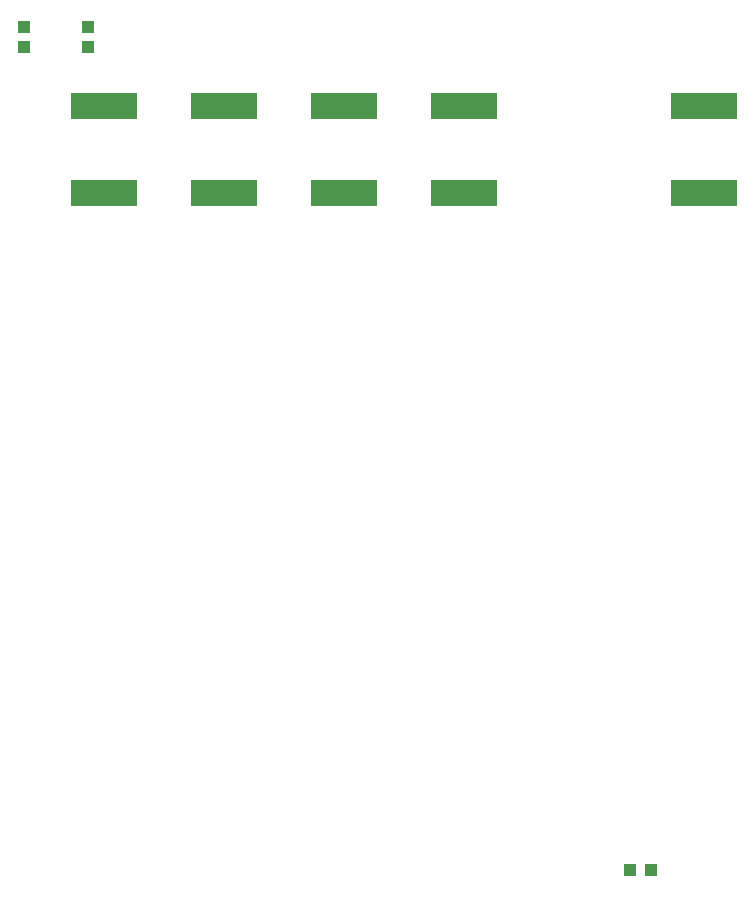
<source format=gbr>
G04 #@! TF.FileFunction,Paste,Top*
%FSLAX46Y46*%
G04 Gerber Fmt 4.6, Leading zero omitted, Abs format (unit mm)*
G04 Created by KiCad (PCBNEW 4.0.6) date 03/02/20 07:40:08*
%MOMM*%
%LPD*%
G01*
G04 APERTURE LIST*
%ADD10C,0.100000*%
%ADD11R,0.998220X0.998220*%
%ADD12R,5.600000X2.300000*%
G04 APERTURE END LIST*
D10*
D11*
X80937100Y-119913000D03*
X82689700Y-119913000D03*
D12*
X36385500Y-62628000D03*
X36385500Y-55228000D03*
X46545500Y-62628000D03*
X46545500Y-55228000D03*
X56705500Y-62628000D03*
X56705500Y-55228000D03*
X66865500Y-62628000D03*
X66865500Y-55228000D03*
X87185500Y-62628000D03*
X87185500Y-55228000D03*
D11*
X29591000Y-50279300D03*
X29591000Y-48526700D03*
X34988500Y-50279300D03*
X34988500Y-48526700D03*
M02*

</source>
